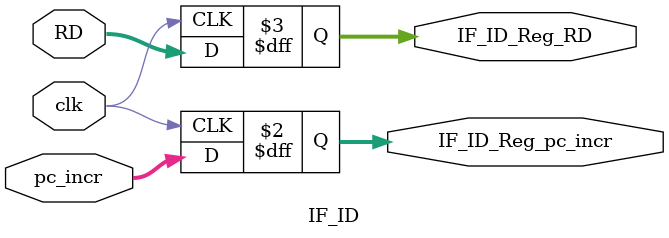
<source format=v>
module IF_ID( clk, pc_incr, RD, IF_ID_Reg_pc_incr, IF_ID_Reg_RD );
	input	clk;
	input	[31:0]	pc_incr, RD;
	output	[31:0]	IF_ID_Reg_pc_incr, IF_ID_Reg_RD;
	reg		[31:0]	IF_ID_Reg_pc_incr, IF_ID_Reg_RD;
	
	always @( posedge clk ) begin

		IF_ID_Reg_pc_incr <= pc_incr;
		IF_ID_Reg_RD <= RD;

	end

endmodule
</source>
